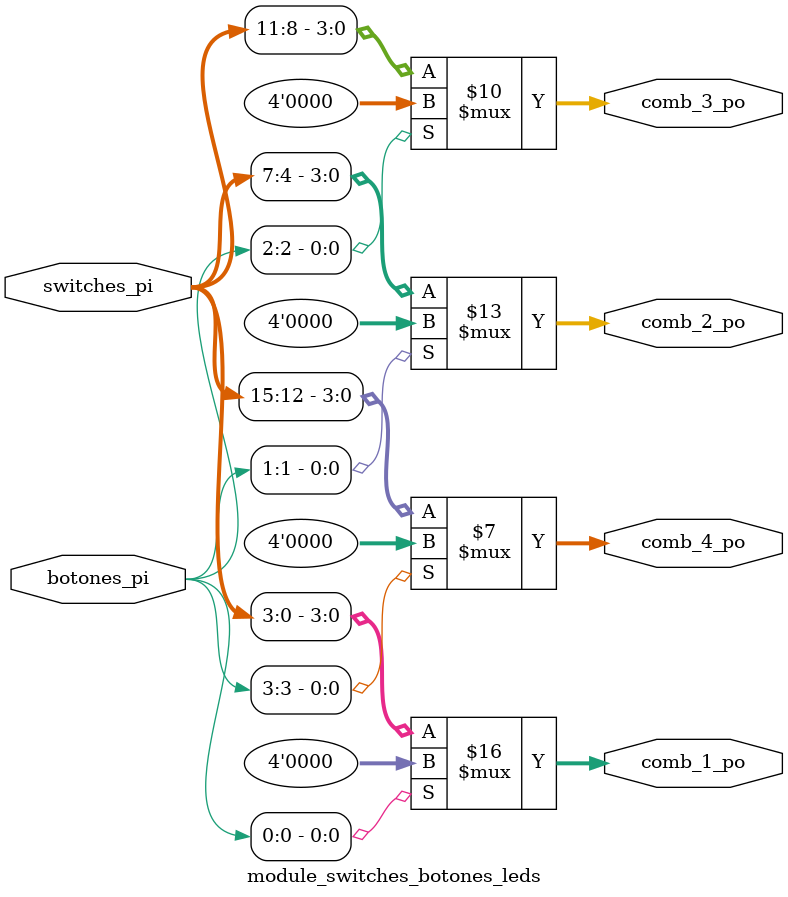
<source format=sv>
`timescale 1ns / 1ps


module module_switches_botones_leds(
    input        [15:0] switches_pi,
    input        [3:0]  botones_pi,
    output logic [3:0]  comb_1_po,
    output logic [3:0]  comb_2_po,
    output logic [3:0]  comb_3_po,
    output logic [3:0]  comb_4_po
    );
    always @ ( * ) begin
        if (botones_pi [ 0 ] == 0 )
            comb_1_po = switches_pi [ 3 : 0 ];
        else
            comb_1_po = 4'b0000;
            
        if(botones_pi [ 1 ] == 0 ) 
            comb_2_po = switches_pi [ 7 : 4 ];
        else
            comb_2_po = 4'b0000; 
        
        if(botones_pi [ 2 ] == 0) 
            comb_3_po = switches_pi [ 11 : 8 ];
        else
            comb_3_po = 4'b0000;
        
        if(botones_pi [ 3 ] == 0 ) 
            comb_4_po = switches_pi [ 15 : 12 ];
        else
            comb_4_po = 4'b0000;              
    end
    
endmodule
</source>
